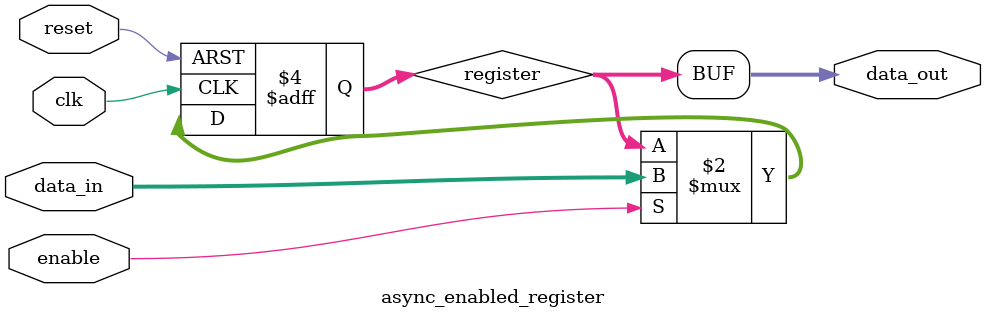
<source format=sv>
`timescale 1ns / 1ps

module async_enabled_register (
    input logic clk,         
    input logic reset,       
    input logic enable,      
    input logic [3:0] data_in, 
    output logic [3:0] data_out 
);
    reg [3:0] register; 

    always_ff @(posedge clk or posedge reset) begin
        if (reset) begin
            register <= 4'b0000; 
        end else if (enable) begin
            register <= data_in; 
        end
    end

    assign data_out = register;

endmodule

</source>
